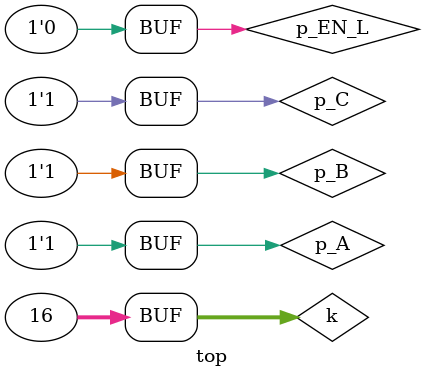
<source format=v>
`include "mux8to1_5.v"
`timescale 1ns / 100ps
module top;
reg p_EN_L, p_A, p_B, p_C;
reg [7:0] p_D;
wire p_Y, p_Y_L;
/*
mux8to1 mux(.Y(p_Y), .Y_L(p_Y_L),
            .D(p_D), .EN_L(p_EN_L),
            .A(p_A), .B(p_B), .C(p_C));
*/
mux8to1 mux(.F(p_Y), .d(p_D), .s({p_A,p_B,p_C}));
integer k;
initial 
begin
    p_EN_L = 1'b1;
    {p_A, p_B, p_C} = 3'b000;
    p_D = 8'b0;

    #5 p_EN_L = 1'b0;

    for( k = 0; k < 16; k = k+1)
    begin
        {p_A, p_B, p_C} = k % 8;
        p_D = { $random } % 256;
        #5;
    end
end

initial 
    $monitor($time, " EN_L = %b, ABC = %b%b%b, D = %b, Y = %b, Y_L = %b",
                        p_EN_L, p_A, p_B, p_C, p_D, p_Y, p_Y_L);

initial
begin  
    $dumpfile("top.vcd");
    $dumpvars(0,top);
end
endmodule
</source>
